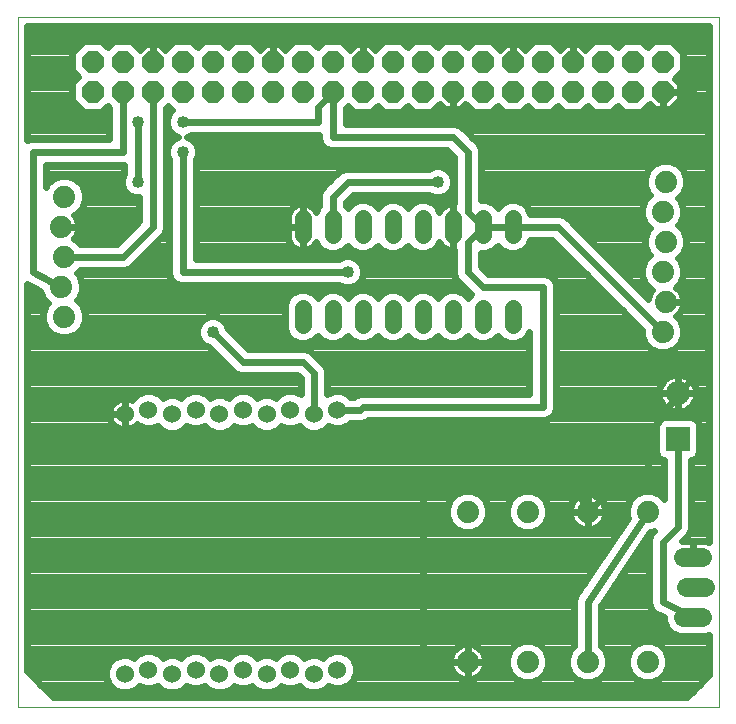
<source format=gtl>
G75*
%MOIN*%
%OFA0B0*%
%FSLAX25Y25*%
%IPPOS*%
%LPD*%
%AMOC8*
5,1,8,0,0,1.08239X$1,22.5*
%
%ADD10C,0.00000*%
%ADD11C,0.07400*%
%ADD12C,0.05600*%
%ADD13OC8,0.07400*%
%ADD14R,0.08000X0.08000*%
%ADD15C,0.08000*%
%ADD16C,0.06400*%
%ADD17C,0.06000*%
%ADD18C,0.02400*%
%ADD19C,0.04000*%
D10*
X0002200Y0002200D02*
X0002200Y0232161D01*
X0235901Y0232161D01*
X0235901Y0002200D01*
X0002200Y0002200D01*
D11*
X0017700Y0132200D03*
X0016700Y0142200D03*
X0017700Y0152200D03*
X0016700Y0162200D03*
X0017700Y0172200D03*
X0152200Y0067200D03*
X0172200Y0067200D03*
X0192200Y0067200D03*
X0212200Y0067200D03*
X0212200Y0017200D03*
X0192200Y0017200D03*
X0172200Y0017200D03*
X0152200Y0017200D03*
X0217200Y0127200D03*
X0218200Y0137200D03*
X0217200Y0147200D03*
X0218200Y0157200D03*
X0217200Y0167200D03*
X0218200Y0177200D03*
D12*
X0167200Y0165000D02*
X0167200Y0159400D01*
X0157200Y0159400D02*
X0157200Y0165000D01*
X0147200Y0165000D02*
X0147200Y0159400D01*
X0137200Y0159400D02*
X0137200Y0165000D01*
X0127200Y0165000D02*
X0127200Y0159400D01*
X0117200Y0159400D02*
X0117200Y0165000D01*
X0107200Y0165000D02*
X0107200Y0159400D01*
X0097200Y0159400D02*
X0097200Y0165000D01*
X0097200Y0135000D02*
X0097200Y0129400D01*
X0107200Y0129400D02*
X0107200Y0135000D01*
X0117200Y0135000D02*
X0117200Y0129400D01*
X0127200Y0129400D02*
X0127200Y0135000D01*
X0137200Y0135000D02*
X0137200Y0129400D01*
X0147200Y0129400D02*
X0147200Y0135000D01*
X0157200Y0135000D02*
X0157200Y0129400D01*
X0167200Y0129400D02*
X0167200Y0135000D01*
D13*
X0167200Y0207200D03*
X0167200Y0217200D03*
X0157200Y0217200D03*
X0157200Y0207200D03*
X0147200Y0207200D03*
X0147200Y0217200D03*
X0137200Y0217200D03*
X0137200Y0207200D03*
X0127200Y0207200D03*
X0127200Y0217200D03*
X0117200Y0217200D03*
X0117200Y0207200D03*
X0107200Y0207200D03*
X0107200Y0217200D03*
X0097200Y0217200D03*
X0097200Y0207200D03*
X0087200Y0207200D03*
X0087200Y0217200D03*
X0077200Y0217200D03*
X0077200Y0207200D03*
X0067200Y0207200D03*
X0067200Y0217200D03*
X0057200Y0217200D03*
X0057200Y0207200D03*
X0047200Y0207200D03*
X0047200Y0217200D03*
X0037200Y0217200D03*
X0037200Y0207200D03*
X0027200Y0207200D03*
X0027200Y0217200D03*
X0177200Y0217200D03*
X0177200Y0207200D03*
X0187200Y0207200D03*
X0187200Y0217200D03*
X0197200Y0217200D03*
X0197200Y0207200D03*
X0207200Y0207200D03*
X0207200Y0217200D03*
X0217200Y0217200D03*
X0217200Y0207200D03*
D14*
X0222200Y0091500D03*
D15*
X0222200Y0106680D03*
D16*
X0224000Y0052200D02*
X0230400Y0052200D01*
X0231400Y0042200D02*
X0225000Y0042200D01*
X0224000Y0032200D02*
X0230400Y0032200D01*
D17*
X0108814Y0014593D03*
X0100940Y0013193D03*
X0093066Y0014593D03*
X0085192Y0013193D03*
X0077318Y0014593D03*
X0069444Y0013193D03*
X0061570Y0014593D03*
X0053696Y0013193D03*
X0045822Y0014593D03*
X0037948Y0013193D03*
X0037948Y0099807D03*
X0045822Y0101207D03*
X0053696Y0099807D03*
X0061570Y0101207D03*
X0069444Y0099807D03*
X0077318Y0101207D03*
X0085192Y0099807D03*
X0093066Y0101207D03*
X0100940Y0099807D03*
X0108814Y0101207D03*
D18*
X0116207Y0101207D01*
X0117200Y0102200D01*
X0177200Y0102200D01*
X0177200Y0142200D01*
X0157200Y0142200D01*
X0152200Y0147200D01*
X0152200Y0157200D01*
X0157200Y0162200D01*
X0152200Y0167200D01*
X0152200Y0187200D01*
X0147200Y0192200D01*
X0107200Y0192200D01*
X0107200Y0207200D01*
X0102200Y0202200D01*
X0102200Y0197200D01*
X0057200Y0197200D01*
X0053644Y0200998D02*
X0052792Y0200146D01*
X0052000Y0198234D01*
X0052000Y0196166D01*
X0052792Y0194254D01*
X0054254Y0192792D01*
X0055683Y0192200D01*
X0054254Y0191608D01*
X0052792Y0190146D01*
X0052000Y0188234D01*
X0052000Y0186166D01*
X0052792Y0184254D01*
X0052800Y0184246D01*
X0052800Y0146325D01*
X0053470Y0144708D01*
X0054708Y0143470D01*
X0056325Y0142800D01*
X0109246Y0142800D01*
X0109254Y0142792D01*
X0111166Y0142000D01*
X0113234Y0142000D01*
X0115146Y0142792D01*
X0116608Y0144254D01*
X0117400Y0146166D01*
X0117400Y0148234D01*
X0116608Y0150146D01*
X0115146Y0151608D01*
X0113234Y0152400D01*
X0111166Y0152400D01*
X0109254Y0151608D01*
X0109246Y0151600D01*
X0061600Y0151600D01*
X0061600Y0184246D01*
X0061608Y0184254D01*
X0062400Y0186166D01*
X0062400Y0188234D01*
X0061608Y0190146D01*
X0060146Y0191608D01*
X0058717Y0192200D01*
X0060146Y0192792D01*
X0060154Y0192800D01*
X0102800Y0192800D01*
X0102800Y0191325D01*
X0103470Y0189708D01*
X0104708Y0188470D01*
X0106325Y0187800D01*
X0145377Y0187800D01*
X0147800Y0185377D01*
X0147800Y0169967D01*
X0147594Y0170000D01*
X0147200Y0170000D01*
X0147200Y0162200D01*
X0147200Y0162200D01*
X0147200Y0154400D01*
X0147594Y0154400D01*
X0147800Y0154433D01*
X0147800Y0146325D01*
X0148470Y0144708D01*
X0153446Y0139731D01*
X0152200Y0138485D01*
X0150599Y0140087D01*
X0148393Y0141000D01*
X0146007Y0141000D01*
X0143801Y0140087D01*
X0142200Y0138485D01*
X0140599Y0140087D01*
X0138393Y0141000D01*
X0136007Y0141000D01*
X0133801Y0140087D01*
X0132200Y0138485D01*
X0130599Y0140087D01*
X0128393Y0141000D01*
X0126007Y0141000D01*
X0123801Y0140087D01*
X0122200Y0138485D01*
X0120599Y0140087D01*
X0118393Y0141000D01*
X0116007Y0141000D01*
X0113801Y0140087D01*
X0112200Y0138485D01*
X0110599Y0140087D01*
X0108393Y0141000D01*
X0106007Y0141000D01*
X0103801Y0140087D01*
X0102200Y0138485D01*
X0100599Y0140087D01*
X0098393Y0141000D01*
X0096007Y0141000D01*
X0093801Y0140087D01*
X0092113Y0138399D01*
X0091200Y0136193D01*
X0091200Y0128207D01*
X0092113Y0126001D01*
X0093801Y0124313D01*
X0096007Y0123400D01*
X0098393Y0123400D01*
X0100599Y0124313D01*
X0102200Y0125915D01*
X0103801Y0124313D01*
X0106007Y0123400D01*
X0108393Y0123400D01*
X0110599Y0124313D01*
X0112200Y0125915D01*
X0113801Y0124313D01*
X0116007Y0123400D01*
X0118393Y0123400D01*
X0120599Y0124313D01*
X0122200Y0125915D01*
X0123801Y0124313D01*
X0126007Y0123400D01*
X0128393Y0123400D01*
X0130599Y0124313D01*
X0132200Y0125915D01*
X0133801Y0124313D01*
X0136007Y0123400D01*
X0138393Y0123400D01*
X0140599Y0124313D01*
X0142200Y0125915D01*
X0143801Y0124313D01*
X0146007Y0123400D01*
X0148393Y0123400D01*
X0150599Y0124313D01*
X0152200Y0125915D01*
X0153801Y0124313D01*
X0156007Y0123400D01*
X0158393Y0123400D01*
X0160599Y0124313D01*
X0162200Y0125915D01*
X0163801Y0124313D01*
X0166007Y0123400D01*
X0168393Y0123400D01*
X0170599Y0124313D01*
X0172287Y0126001D01*
X0172800Y0127241D01*
X0172800Y0106600D01*
X0116325Y0106600D01*
X0114708Y0105930D01*
X0114385Y0105607D01*
X0113182Y0105607D01*
X0112326Y0106463D01*
X0110047Y0107407D01*
X0107581Y0107407D01*
X0105340Y0106479D01*
X0105340Y0114335D01*
X0104670Y0115952D01*
X0103433Y0117190D01*
X0103433Y0117190D01*
X0099692Y0120930D01*
X0098075Y0121600D01*
X0079023Y0121600D01*
X0072400Y0128223D01*
X0072400Y0128234D01*
X0071608Y0130146D01*
X0070146Y0131608D01*
X0068234Y0132400D01*
X0066166Y0132400D01*
X0064254Y0131608D01*
X0062792Y0130146D01*
X0062000Y0128234D01*
X0062000Y0126166D01*
X0062792Y0124254D01*
X0064254Y0122792D01*
X0066166Y0122000D01*
X0066177Y0122000D01*
X0073470Y0114708D01*
X0073470Y0114708D01*
X0074708Y0113470D01*
X0076325Y0112800D01*
X0095377Y0112800D01*
X0096540Y0111637D01*
X0096540Y0106479D01*
X0094299Y0107407D01*
X0091833Y0107407D01*
X0089554Y0106463D01*
X0088315Y0105224D01*
X0086425Y0106007D01*
X0083959Y0106007D01*
X0082069Y0105224D01*
X0080830Y0106463D01*
X0078551Y0107407D01*
X0076085Y0107407D01*
X0073806Y0106463D01*
X0072567Y0105224D01*
X0070677Y0106007D01*
X0068211Y0106007D01*
X0066321Y0105224D01*
X0065082Y0106463D01*
X0062803Y0107407D01*
X0060337Y0107407D01*
X0058058Y0106463D01*
X0056819Y0105224D01*
X0054929Y0106007D01*
X0052463Y0106007D01*
X0050573Y0105224D01*
X0049334Y0106463D01*
X0047055Y0107407D01*
X0044589Y0107407D01*
X0042310Y0106463D01*
X0040566Y0104719D01*
X0040426Y0104381D01*
X0039944Y0104626D01*
X0039166Y0104879D01*
X0038357Y0105007D01*
X0037948Y0105007D01*
X0037539Y0105007D01*
X0036730Y0104879D01*
X0035952Y0104626D01*
X0035223Y0104255D01*
X0034560Y0103773D01*
X0033982Y0103195D01*
X0033501Y0102532D01*
X0033129Y0101803D01*
X0032876Y0101025D01*
X0032748Y0100216D01*
X0032748Y0099807D01*
X0032748Y0099398D01*
X0032876Y0098589D01*
X0033129Y0097811D01*
X0033501Y0097082D01*
X0033982Y0096420D01*
X0034560Y0095841D01*
X0035223Y0095360D01*
X0035952Y0094988D01*
X0036730Y0094735D01*
X0037539Y0094607D01*
X0037948Y0094607D01*
X0037948Y0099807D01*
X0037948Y0099807D01*
X0037948Y0094607D01*
X0038357Y0094607D01*
X0039166Y0094735D01*
X0039944Y0094988D01*
X0040673Y0095360D01*
X0041336Y0095841D01*
X0041878Y0096383D01*
X0042310Y0095951D01*
X0044589Y0095007D01*
X0047055Y0095007D01*
X0048945Y0095790D01*
X0050184Y0094551D01*
X0052463Y0093607D01*
X0054929Y0093607D01*
X0057208Y0094551D01*
X0058447Y0095790D01*
X0060337Y0095007D01*
X0062803Y0095007D01*
X0064693Y0095790D01*
X0065932Y0094551D01*
X0068211Y0093607D01*
X0070677Y0093607D01*
X0072956Y0094551D01*
X0074195Y0095790D01*
X0076085Y0095007D01*
X0078551Y0095007D01*
X0080441Y0095790D01*
X0081680Y0094551D01*
X0083959Y0093607D01*
X0086425Y0093607D01*
X0088704Y0094551D01*
X0089943Y0095790D01*
X0091833Y0095007D01*
X0094299Y0095007D01*
X0096189Y0095790D01*
X0097428Y0094551D01*
X0099707Y0093607D01*
X0102173Y0093607D01*
X0104452Y0094551D01*
X0105691Y0095790D01*
X0107581Y0095007D01*
X0110047Y0095007D01*
X0112326Y0095951D01*
X0113182Y0096807D01*
X0117082Y0096807D01*
X0118699Y0097477D01*
X0119023Y0097800D01*
X0178075Y0097800D01*
X0179692Y0098470D01*
X0180930Y0099708D01*
X0181600Y0101325D01*
X0181600Y0143075D01*
X0180930Y0144692D01*
X0179692Y0145930D01*
X0178075Y0146600D01*
X0159023Y0146600D01*
X0156600Y0149023D01*
X0156600Y0153400D01*
X0158393Y0153400D01*
X0160599Y0154313D01*
X0162200Y0155915D01*
X0163801Y0154313D01*
X0166007Y0153400D01*
X0168393Y0153400D01*
X0170599Y0154313D01*
X0172287Y0156001D01*
X0173032Y0157800D01*
X0180377Y0157800D01*
X0210300Y0127877D01*
X0210300Y0125827D01*
X0211350Y0123291D01*
X0213291Y0121350D01*
X0215827Y0120300D01*
X0218572Y0120300D01*
X0221109Y0121350D01*
X0223050Y0123291D01*
X0224100Y0125827D01*
X0224100Y0128572D01*
X0223050Y0131109D01*
X0221705Y0132453D01*
X0222044Y0132700D01*
X0222700Y0133356D01*
X0223246Y0134108D01*
X0223668Y0134935D01*
X0223955Y0135818D01*
X0224100Y0136736D01*
X0224100Y0137200D01*
X0224100Y0137664D01*
X0223955Y0138582D01*
X0223668Y0139465D01*
X0223246Y0140292D01*
X0222700Y0141044D01*
X0222044Y0141700D01*
X0221705Y0141947D01*
X0223050Y0143291D01*
X0224100Y0145827D01*
X0224100Y0148572D01*
X0223050Y0151109D01*
X0222458Y0151700D01*
X0224050Y0153291D01*
X0225100Y0155827D01*
X0225100Y0158572D01*
X0224050Y0161109D01*
X0222458Y0162700D01*
X0223050Y0163291D01*
X0224100Y0165827D01*
X0224100Y0168572D01*
X0223050Y0171109D01*
X0222458Y0171700D01*
X0224050Y0173291D01*
X0225100Y0175827D01*
X0225100Y0178572D01*
X0224050Y0181109D01*
X0222109Y0183050D01*
X0219572Y0184100D01*
X0216827Y0184100D01*
X0214291Y0183050D01*
X0212350Y0181109D01*
X0211300Y0178572D01*
X0211300Y0175827D01*
X0212350Y0173291D01*
X0212942Y0172700D01*
X0211350Y0171109D01*
X0210300Y0168572D01*
X0210300Y0165827D01*
X0211350Y0163291D01*
X0212942Y0161700D01*
X0212350Y0161109D01*
X0211300Y0158572D01*
X0211300Y0155827D01*
X0212350Y0153291D01*
X0212942Y0152700D01*
X0211350Y0151109D01*
X0210300Y0148572D01*
X0210300Y0145827D01*
X0211350Y0143291D01*
X0213291Y0141350D01*
X0213797Y0141141D01*
X0213700Y0141044D01*
X0213154Y0140292D01*
X0212732Y0139465D01*
X0212445Y0138582D01*
X0212390Y0138233D01*
X0185930Y0164692D01*
X0184692Y0165930D01*
X0183075Y0166600D01*
X0173032Y0166600D01*
X0172287Y0168399D01*
X0170599Y0170087D01*
X0168393Y0171000D01*
X0166007Y0171000D01*
X0163801Y0170087D01*
X0162200Y0168485D01*
X0160599Y0170087D01*
X0158393Y0171000D01*
X0156600Y0171000D01*
X0156600Y0188075D01*
X0155930Y0189692D01*
X0150930Y0194692D01*
X0149692Y0195930D01*
X0148075Y0196600D01*
X0111600Y0196600D01*
X0111600Y0201842D01*
X0112200Y0202442D01*
X0114342Y0200300D01*
X0120058Y0200300D01*
X0122200Y0202442D01*
X0124342Y0200300D01*
X0130058Y0200300D01*
X0132200Y0202442D01*
X0134342Y0200300D01*
X0140058Y0200300D01*
X0142907Y0203149D01*
X0144756Y0201300D01*
X0147200Y0201300D01*
X0149644Y0201300D01*
X0151493Y0203149D01*
X0154342Y0200300D01*
X0160058Y0200300D01*
X0162200Y0202442D01*
X0164342Y0200300D01*
X0170058Y0200300D01*
X0172200Y0202442D01*
X0174342Y0200300D01*
X0180058Y0200300D01*
X0182200Y0202442D01*
X0184342Y0200300D01*
X0190058Y0200300D01*
X0192200Y0202442D01*
X0194342Y0200300D01*
X0200058Y0200300D01*
X0202200Y0202442D01*
X0204342Y0200300D01*
X0210058Y0200300D01*
X0212907Y0203149D01*
X0214756Y0201300D01*
X0217200Y0201300D01*
X0219644Y0201300D01*
X0223100Y0204756D01*
X0223100Y0207200D01*
X0223100Y0209644D01*
X0221251Y0211493D01*
X0224100Y0214342D01*
X0224100Y0220058D01*
X0220058Y0224100D01*
X0214342Y0224100D01*
X0212200Y0221958D01*
X0210058Y0224100D01*
X0204342Y0224100D01*
X0202200Y0221958D01*
X0200058Y0224100D01*
X0194342Y0224100D01*
X0191493Y0221251D01*
X0189644Y0223100D01*
X0187200Y0223100D01*
X0187200Y0217200D01*
X0187200Y0217200D01*
X0187200Y0223100D01*
X0184756Y0223100D01*
X0182907Y0221251D01*
X0180058Y0224100D01*
X0174342Y0224100D01*
X0171493Y0221251D01*
X0169644Y0223100D01*
X0167200Y0223100D01*
X0167200Y0217200D01*
X0167200Y0217200D01*
X0167200Y0223100D01*
X0164756Y0223100D01*
X0162907Y0221251D01*
X0160058Y0224100D01*
X0154342Y0224100D01*
X0152200Y0221958D01*
X0150058Y0224100D01*
X0144342Y0224100D01*
X0142200Y0221958D01*
X0140058Y0224100D01*
X0134342Y0224100D01*
X0132200Y0221958D01*
X0130058Y0224100D01*
X0124342Y0224100D01*
X0121493Y0221251D01*
X0119644Y0223100D01*
X0117200Y0223100D01*
X0117200Y0217200D01*
X0117200Y0217200D01*
X0117200Y0223100D01*
X0114756Y0223100D01*
X0112907Y0221251D01*
X0110058Y0224100D01*
X0104342Y0224100D01*
X0102200Y0221958D01*
X0100058Y0224100D01*
X0094342Y0224100D01*
X0091493Y0221251D01*
X0089644Y0223100D01*
X0087200Y0223100D01*
X0087200Y0217200D01*
X0087200Y0217200D01*
X0087200Y0223100D01*
X0084756Y0223100D01*
X0082907Y0221251D01*
X0080058Y0224100D01*
X0074342Y0224100D01*
X0072200Y0221958D01*
X0070058Y0224100D01*
X0064342Y0224100D01*
X0062200Y0221958D01*
X0060058Y0224100D01*
X0054342Y0224100D01*
X0051493Y0221251D01*
X0049644Y0223100D01*
X0047200Y0223100D01*
X0047200Y0217200D01*
X0047200Y0217200D01*
X0047200Y0223100D01*
X0044756Y0223100D01*
X0042907Y0221251D01*
X0040058Y0224100D01*
X0034342Y0224100D01*
X0032200Y0221958D01*
X0030058Y0224100D01*
X0024342Y0224100D01*
X0020300Y0220058D01*
X0020300Y0214342D01*
X0022442Y0212200D01*
X0020300Y0210058D01*
X0020300Y0204342D01*
X0024342Y0200300D01*
X0030058Y0200300D01*
X0032200Y0202442D01*
X0032800Y0201842D01*
X0032800Y0191600D01*
X0006325Y0191600D01*
X0005400Y0191217D01*
X0005400Y0228961D01*
X0232701Y0228961D01*
X0232701Y0057088D01*
X0232473Y0057204D01*
X0231665Y0057467D01*
X0230825Y0057600D01*
X0227200Y0057600D01*
X0227200Y0052200D01*
X0227200Y0052200D01*
X0227200Y0057600D01*
X0223823Y0057600D01*
X0224692Y0058470D01*
X0225930Y0059708D01*
X0226600Y0061325D01*
X0226600Y0084300D01*
X0226837Y0084300D01*
X0228013Y0084787D01*
X0228913Y0085687D01*
X0229400Y0086863D01*
X0229400Y0096137D01*
X0228913Y0097313D01*
X0228013Y0098213D01*
X0226837Y0098700D01*
X0217563Y0098700D01*
X0216387Y0098213D01*
X0215487Y0097313D01*
X0215000Y0096137D01*
X0215000Y0086863D01*
X0215487Y0085687D01*
X0216387Y0084787D01*
X0217563Y0084300D01*
X0217800Y0084300D01*
X0217800Y0071358D01*
X0216109Y0073050D01*
X0213572Y0074100D01*
X0210827Y0074100D01*
X0208291Y0073050D01*
X0206350Y0071109D01*
X0205300Y0068572D01*
X0205300Y0065827D01*
X0205567Y0065183D01*
X0188781Y0040003D01*
X0188470Y0039692D01*
X0188300Y0039282D01*
X0188053Y0038912D01*
X0187968Y0038481D01*
X0187800Y0038075D01*
X0187800Y0037631D01*
X0187714Y0037195D01*
X0187800Y0036764D01*
X0187800Y0022558D01*
X0186350Y0021109D01*
X0185300Y0018572D01*
X0185300Y0015827D01*
X0186350Y0013291D01*
X0188291Y0011350D01*
X0190827Y0010300D01*
X0193572Y0010300D01*
X0196109Y0011350D01*
X0198050Y0013291D01*
X0199100Y0015827D01*
X0199100Y0018572D01*
X0198050Y0021109D01*
X0196600Y0022558D01*
X0196600Y0035868D01*
X0212888Y0060300D01*
X0213572Y0060300D01*
X0214435Y0060657D01*
X0213470Y0059692D01*
X0212800Y0058075D01*
X0212800Y0037356D01*
X0212749Y0036639D01*
X0212800Y0036486D01*
X0212800Y0036325D01*
X0213075Y0035660D01*
X0213303Y0034978D01*
X0213408Y0034857D01*
X0213470Y0034708D01*
X0213978Y0034199D01*
X0214449Y0033656D01*
X0214594Y0033584D01*
X0196600Y0033584D01*
X0196600Y0031185D02*
X0217600Y0031185D01*
X0217600Y0030927D02*
X0218574Y0028575D01*
X0220375Y0026774D01*
X0222727Y0025800D01*
X0231673Y0025800D01*
X0232701Y0026226D01*
X0232701Y0012701D01*
X0225400Y0005400D01*
X0014000Y0005400D01*
X0005400Y0014000D01*
X0005400Y0143175D01*
X0009800Y0140859D01*
X0009800Y0140827D01*
X0010850Y0138291D01*
X0012442Y0136700D01*
X0011850Y0136109D01*
X0010800Y0133572D01*
X0010800Y0130827D01*
X0011850Y0128291D01*
X0013791Y0126350D01*
X0016327Y0125300D01*
X0019072Y0125300D01*
X0021609Y0126350D01*
X0023550Y0128291D01*
X0024600Y0130827D01*
X0024600Y0133572D01*
X0023550Y0136109D01*
X0021958Y0137700D01*
X0022550Y0138291D01*
X0023600Y0140827D01*
X0023600Y0143572D01*
X0022550Y0146109D01*
X0021958Y0146700D01*
X0023058Y0147800D01*
X0038075Y0147800D01*
X0039692Y0148470D01*
X0049692Y0158470D01*
X0050930Y0159708D01*
X0051600Y0161325D01*
X0051600Y0201842D01*
X0052200Y0202442D01*
X0053644Y0200998D01*
X0053163Y0201479D02*
X0051600Y0201479D01*
X0051600Y0199081D02*
X0052351Y0199081D01*
X0052000Y0196682D02*
X0051600Y0196682D01*
X0051600Y0194284D02*
X0052779Y0194284D01*
X0051600Y0191885D02*
X0054923Y0191885D01*
X0052519Y0189487D02*
X0051600Y0189487D01*
X0051600Y0187088D02*
X0052000Y0187088D01*
X0051600Y0184690D02*
X0052611Y0184690D01*
X0052800Y0182291D02*
X0051600Y0182291D01*
X0051600Y0179893D02*
X0052800Y0179893D01*
X0052800Y0177494D02*
X0051600Y0177494D01*
X0051600Y0175096D02*
X0052800Y0175096D01*
X0052800Y0172697D02*
X0051600Y0172697D01*
X0051600Y0170299D02*
X0052800Y0170299D01*
X0052800Y0167900D02*
X0051600Y0167900D01*
X0051600Y0165502D02*
X0052800Y0165502D01*
X0052800Y0163103D02*
X0051600Y0163103D01*
X0051343Y0160705D02*
X0052800Y0160705D01*
X0052800Y0158306D02*
X0049529Y0158306D01*
X0047130Y0155908D02*
X0052800Y0155908D01*
X0052800Y0153509D02*
X0044732Y0153509D01*
X0042333Y0151111D02*
X0052800Y0151111D01*
X0052800Y0148712D02*
X0039935Y0148712D01*
X0037200Y0152200D02*
X0047200Y0162200D01*
X0047200Y0207200D01*
X0037200Y0207200D02*
X0037200Y0187200D01*
X0007200Y0187200D01*
X0007200Y0147200D01*
X0016700Y0142200D01*
X0010508Y0139118D02*
X0005400Y0139118D01*
X0005400Y0136720D02*
X0012422Y0136720D01*
X0011110Y0134321D02*
X0005400Y0134321D01*
X0005400Y0131923D02*
X0010800Y0131923D01*
X0011340Y0129524D02*
X0005400Y0129524D01*
X0005400Y0127126D02*
X0013016Y0127126D01*
X0005400Y0124727D02*
X0062596Y0124727D01*
X0062000Y0127126D02*
X0022384Y0127126D01*
X0024060Y0129524D02*
X0062534Y0129524D01*
X0065013Y0131923D02*
X0024600Y0131923D01*
X0024290Y0134321D02*
X0091200Y0134321D01*
X0091200Y0131923D02*
X0069387Y0131923D01*
X0071866Y0129524D02*
X0091200Y0129524D01*
X0091648Y0127126D02*
X0073497Y0127126D01*
X0075895Y0124727D02*
X0093388Y0124727D01*
X0101012Y0124727D02*
X0103388Y0124727D01*
X0100692Y0119930D02*
X0172800Y0119930D01*
X0172800Y0117532D02*
X0103091Y0117532D01*
X0105010Y0115133D02*
X0172800Y0115133D01*
X0172800Y0112734D02*
X0105340Y0112734D01*
X0105340Y0110336D02*
X0172800Y0110336D01*
X0172800Y0107937D02*
X0105340Y0107937D01*
X0100940Y0113460D02*
X0100940Y0099807D01*
X0096540Y0107937D02*
X0005400Y0107937D01*
X0005400Y0105539D02*
X0041386Y0105539D01*
X0037948Y0105007D02*
X0037948Y0099807D01*
X0032748Y0099807D01*
X0037948Y0099807D01*
X0037948Y0099807D01*
X0037948Y0105007D01*
X0037948Y0103140D02*
X0037948Y0103140D01*
X0037948Y0100742D02*
X0037948Y0100742D01*
X0037948Y0099807D02*
X0037948Y0099807D01*
X0037948Y0098343D02*
X0037948Y0098343D01*
X0037948Y0095945D02*
X0037948Y0095945D01*
X0034456Y0095945D02*
X0005400Y0095945D01*
X0005400Y0098343D02*
X0032956Y0098343D01*
X0032831Y0100742D02*
X0005400Y0100742D01*
X0005400Y0103140D02*
X0033942Y0103140D01*
X0041440Y0095945D02*
X0042325Y0095945D01*
X0050258Y0105539D02*
X0051333Y0105539D01*
X0056059Y0105539D02*
X0057134Y0105539D01*
X0066006Y0105539D02*
X0067081Y0105539D01*
X0071807Y0105539D02*
X0072882Y0105539D01*
X0081754Y0105539D02*
X0082829Y0105539D01*
X0087555Y0105539D02*
X0088630Y0105539D01*
X0096540Y0110336D02*
X0005400Y0110336D01*
X0005400Y0112734D02*
X0095443Y0112734D01*
X0097200Y0117200D02*
X0100940Y0113460D01*
X0097200Y0117200D02*
X0077200Y0117200D01*
X0067200Y0127200D01*
X0065372Y0122329D02*
X0005400Y0122329D01*
X0005400Y0119930D02*
X0068247Y0119930D01*
X0070646Y0117532D02*
X0005400Y0117532D01*
X0005400Y0115133D02*
X0073044Y0115133D01*
X0078294Y0122329D02*
X0172800Y0122329D01*
X0172800Y0124727D02*
X0171012Y0124727D01*
X0172752Y0127126D02*
X0172800Y0127126D01*
X0181600Y0127126D02*
X0210300Y0127126D01*
X0210756Y0124727D02*
X0181600Y0124727D01*
X0181600Y0122329D02*
X0212313Y0122329D01*
X0217200Y0127200D02*
X0182200Y0162200D01*
X0167200Y0162200D01*
X0157200Y0162200D01*
X0162193Y0155908D02*
X0162207Y0155908D01*
X0165743Y0153509D02*
X0158657Y0153509D01*
X0156600Y0151111D02*
X0187067Y0151111D01*
X0184668Y0153509D02*
X0168657Y0153509D01*
X0172193Y0155908D02*
X0182270Y0155908D01*
X0187519Y0163103D02*
X0211539Y0163103D01*
X0212183Y0160705D02*
X0189918Y0160705D01*
X0192316Y0158306D02*
X0211300Y0158306D01*
X0211300Y0155908D02*
X0194715Y0155908D01*
X0197113Y0153509D02*
X0212260Y0153509D01*
X0211353Y0151111D02*
X0199512Y0151111D01*
X0201910Y0148712D02*
X0210358Y0148712D01*
X0210300Y0146314D02*
X0204309Y0146314D01*
X0206707Y0143915D02*
X0211092Y0143915D01*
X0209106Y0141517D02*
X0213125Y0141517D01*
X0212620Y0139118D02*
X0211504Y0139118D01*
X0218200Y0137200D02*
X0224100Y0137200D01*
X0218200Y0137200D01*
X0218200Y0137200D01*
X0222227Y0141517D02*
X0232701Y0141517D01*
X0232701Y0143915D02*
X0223308Y0143915D01*
X0224100Y0146314D02*
X0232701Y0146314D01*
X0232701Y0148712D02*
X0224042Y0148712D01*
X0223047Y0151111D02*
X0232701Y0151111D01*
X0232701Y0153509D02*
X0224140Y0153509D01*
X0225100Y0155908D02*
X0232701Y0155908D01*
X0232701Y0158306D02*
X0225100Y0158306D01*
X0224217Y0160705D02*
X0232701Y0160705D01*
X0232701Y0163103D02*
X0222861Y0163103D01*
X0223965Y0165502D02*
X0232701Y0165502D01*
X0232701Y0167900D02*
X0224100Y0167900D01*
X0223385Y0170299D02*
X0232701Y0170299D01*
X0232701Y0172697D02*
X0223455Y0172697D01*
X0224797Y0175096D02*
X0232701Y0175096D01*
X0232701Y0177494D02*
X0225100Y0177494D01*
X0224553Y0179893D02*
X0232701Y0179893D01*
X0232701Y0182291D02*
X0222867Y0182291D01*
X0213533Y0182291D02*
X0156600Y0182291D01*
X0156600Y0179893D02*
X0211847Y0179893D01*
X0211300Y0177494D02*
X0156600Y0177494D01*
X0156600Y0175096D02*
X0211603Y0175096D01*
X0212939Y0172697D02*
X0156600Y0172697D01*
X0160086Y0170299D02*
X0164314Y0170299D01*
X0170086Y0170299D02*
X0211015Y0170299D01*
X0210300Y0167900D02*
X0172493Y0167900D01*
X0185121Y0165502D02*
X0210435Y0165502D01*
X0191864Y0146314D02*
X0178766Y0146314D01*
X0181252Y0143915D02*
X0194262Y0143915D01*
X0196661Y0141517D02*
X0181600Y0141517D01*
X0181600Y0139118D02*
X0199059Y0139118D01*
X0201458Y0136720D02*
X0181600Y0136720D01*
X0181600Y0134321D02*
X0203856Y0134321D01*
X0206255Y0131923D02*
X0181600Y0131923D01*
X0181600Y0129524D02*
X0208653Y0129524D01*
X0222235Y0131923D02*
X0232701Y0131923D01*
X0232701Y0134321D02*
X0223355Y0134321D01*
X0224097Y0136720D02*
X0232701Y0136720D01*
X0232701Y0139118D02*
X0223780Y0139118D01*
X0223706Y0129524D02*
X0232701Y0129524D01*
X0232701Y0127126D02*
X0224100Y0127126D01*
X0223644Y0124727D02*
X0232701Y0124727D01*
X0232701Y0122329D02*
X0222087Y0122329D01*
X0222200Y0112880D02*
X0221712Y0112880D01*
X0220748Y0112727D01*
X0219820Y0112425D01*
X0218950Y0111982D01*
X0218161Y0111409D01*
X0217471Y0110719D01*
X0216897Y0109929D01*
X0216454Y0109059D01*
X0216153Y0108131D01*
X0216000Y0107167D01*
X0216000Y0106680D01*
X0222200Y0106680D01*
X0222200Y0112880D01*
X0222200Y0106680D01*
X0222200Y0106680D01*
X0222200Y0106679D01*
X0222200Y0100480D01*
X0222200Y0106679D01*
X0222200Y0106679D01*
X0216000Y0106679D01*
X0216000Y0106192D01*
X0216153Y0105228D01*
X0216454Y0104300D01*
X0216897Y0103430D01*
X0217471Y0102640D01*
X0218161Y0101950D01*
X0218950Y0101377D01*
X0219820Y0100934D01*
X0220748Y0100632D01*
X0221712Y0100480D01*
X0222200Y0100480D01*
X0222688Y0100480D01*
X0223652Y0100632D01*
X0224580Y0100934D01*
X0225450Y0101377D01*
X0226239Y0101950D01*
X0226929Y0102640D01*
X0227503Y0103430D01*
X0227946Y0104300D01*
X0228247Y0105228D01*
X0228400Y0106192D01*
X0228400Y0106679D01*
X0222200Y0106679D01*
X0222200Y0106680D01*
X0228400Y0106680D01*
X0228400Y0107167D01*
X0228247Y0108131D01*
X0227946Y0109059D01*
X0227503Y0109929D01*
X0226929Y0110719D01*
X0226239Y0111409D01*
X0225450Y0111982D01*
X0224580Y0112425D01*
X0223652Y0112727D01*
X0222688Y0112880D01*
X0222200Y0112880D01*
X0222200Y0112734D02*
X0222200Y0112734D01*
X0223604Y0112734D02*
X0232701Y0112734D01*
X0232701Y0110336D02*
X0227207Y0110336D01*
X0228278Y0107937D02*
X0232701Y0107937D01*
X0232701Y0105539D02*
X0228297Y0105539D01*
X0227292Y0103140D02*
X0232701Y0103140D01*
X0232701Y0100742D02*
X0223990Y0100742D01*
X0222200Y0100742D02*
X0222200Y0100742D01*
X0220410Y0100742D02*
X0181359Y0100742D01*
X0179387Y0098343D02*
X0216703Y0098343D01*
X0215000Y0095945D02*
X0112312Y0095945D01*
X0137200Y0077200D02*
X0187200Y0077200D01*
X0192200Y0067200D01*
X0202200Y0077200D01*
X0212200Y0077200D01*
X0212200Y0092200D01*
X0222200Y0106680D01*
X0232200Y0116680D01*
X0232200Y0202200D01*
X0227200Y0207200D01*
X0217200Y0207200D01*
X0223100Y0207200D01*
X0217200Y0207200D01*
X0217200Y0207200D01*
X0217200Y0201300D01*
X0217200Y0207200D01*
X0217200Y0207200D01*
X0217200Y0206276D02*
X0217200Y0206276D01*
X0217200Y0203878D02*
X0217200Y0203878D01*
X0217200Y0201479D02*
X0217200Y0201479D01*
X0219823Y0201479D02*
X0232701Y0201479D01*
X0232701Y0199081D02*
X0111600Y0199081D01*
X0111600Y0201479D02*
X0113163Y0201479D01*
X0111600Y0196682D02*
X0232701Y0196682D01*
X0232701Y0194284D02*
X0151339Y0194284D01*
X0153737Y0191885D02*
X0232701Y0191885D01*
X0232701Y0189487D02*
X0156015Y0189487D01*
X0156600Y0187088D02*
X0232701Y0187088D01*
X0232701Y0184690D02*
X0156600Y0184690D01*
X0147800Y0184690D02*
X0061789Y0184690D01*
X0061600Y0182291D02*
X0140903Y0182291D01*
X0141166Y0182400D02*
X0139254Y0181608D01*
X0139246Y0181600D01*
X0111325Y0181600D01*
X0109708Y0180930D01*
X0108470Y0179692D01*
X0103470Y0174692D01*
X0102800Y0173075D01*
X0102800Y0169085D01*
X0102113Y0168399D01*
X0101650Y0167280D01*
X0101476Y0167621D01*
X0101014Y0168257D01*
X0100457Y0168814D01*
X0099821Y0169276D01*
X0099119Y0169634D01*
X0098371Y0169877D01*
X0097594Y0170000D01*
X0097200Y0170000D01*
X0097200Y0162200D01*
X0097200Y0162200D01*
X0097200Y0154400D01*
X0097594Y0154400D01*
X0098371Y0154523D01*
X0099119Y0154766D01*
X0099821Y0155124D01*
X0100457Y0155586D01*
X0101014Y0156143D01*
X0101476Y0156779D01*
X0101650Y0157120D01*
X0102113Y0156001D01*
X0103801Y0154313D01*
X0106007Y0153400D01*
X0108393Y0153400D01*
X0110599Y0154313D01*
X0112200Y0155915D01*
X0113801Y0154313D01*
X0116007Y0153400D01*
X0118393Y0153400D01*
X0120599Y0154313D01*
X0122200Y0155915D01*
X0123801Y0154313D01*
X0126007Y0153400D01*
X0128393Y0153400D01*
X0130599Y0154313D01*
X0132200Y0155915D01*
X0133801Y0154313D01*
X0136007Y0153400D01*
X0138393Y0153400D01*
X0140599Y0154313D01*
X0142287Y0156001D01*
X0142750Y0157120D01*
X0142924Y0156779D01*
X0143386Y0156143D01*
X0143943Y0155586D01*
X0144579Y0155124D01*
X0145281Y0154766D01*
X0146029Y0154523D01*
X0146806Y0154400D01*
X0147200Y0154400D01*
X0147200Y0162200D01*
X0147200Y0162200D01*
X0147200Y0170000D01*
X0146806Y0170000D01*
X0146029Y0169877D01*
X0145281Y0169634D01*
X0144579Y0169276D01*
X0143943Y0168814D01*
X0143386Y0168257D01*
X0142924Y0167621D01*
X0142750Y0167280D01*
X0142287Y0168399D01*
X0140599Y0170087D01*
X0138393Y0171000D01*
X0136007Y0171000D01*
X0133801Y0170087D01*
X0132200Y0168485D01*
X0130599Y0170087D01*
X0128393Y0171000D01*
X0126007Y0171000D01*
X0123801Y0170087D01*
X0122200Y0168485D01*
X0120599Y0170087D01*
X0118393Y0171000D01*
X0116007Y0171000D01*
X0113801Y0170087D01*
X0112200Y0168485D01*
X0111600Y0169085D01*
X0111600Y0170377D01*
X0114023Y0172800D01*
X0139246Y0172800D01*
X0139254Y0172792D01*
X0141166Y0172000D01*
X0143234Y0172000D01*
X0145146Y0172792D01*
X0146608Y0174254D01*
X0147400Y0176166D01*
X0147400Y0178234D01*
X0146608Y0180146D01*
X0145146Y0181608D01*
X0143234Y0182400D01*
X0141166Y0182400D01*
X0143497Y0182291D02*
X0147800Y0182291D01*
X0147800Y0179893D02*
X0146713Y0179893D01*
X0147400Y0177494D02*
X0147800Y0177494D01*
X0147800Y0175096D02*
X0146957Y0175096D01*
X0147800Y0172697D02*
X0144918Y0172697D01*
X0147800Y0170299D02*
X0140086Y0170299D01*
X0139482Y0172697D02*
X0113920Y0172697D01*
X0114314Y0170299D02*
X0111600Y0170299D01*
X0107200Y0172200D02*
X0112200Y0177200D01*
X0142200Y0177200D01*
X0134314Y0170299D02*
X0130086Y0170299D01*
X0124314Y0170299D02*
X0120086Y0170299D01*
X0107200Y0172200D02*
X0107200Y0162200D01*
X0101907Y0167900D02*
X0101273Y0167900D01*
X0102800Y0170299D02*
X0061600Y0170299D01*
X0061600Y0172697D02*
X0102800Y0172697D01*
X0103873Y0175096D02*
X0061600Y0175096D01*
X0061600Y0177494D02*
X0106272Y0177494D01*
X0108670Y0179893D02*
X0061600Y0179893D01*
X0062400Y0187088D02*
X0146089Y0187088D01*
X0147200Y0201300D02*
X0147200Y0207200D01*
X0147200Y0201300D01*
X0147200Y0201479D02*
X0147200Y0201479D01*
X0147200Y0203878D02*
X0147200Y0203878D01*
X0149823Y0201479D02*
X0153163Y0201479D01*
X0147200Y0206276D02*
X0147200Y0206276D01*
X0147200Y0207200D02*
X0147200Y0207200D01*
X0144577Y0201479D02*
X0141237Y0201479D01*
X0133163Y0201479D02*
X0131237Y0201479D01*
X0123163Y0201479D02*
X0121237Y0201479D01*
X0102800Y0191885D02*
X0059477Y0191885D01*
X0061881Y0189487D02*
X0103691Y0189487D01*
X0097200Y0170000D02*
X0096806Y0170000D01*
X0096029Y0169877D01*
X0095281Y0169634D01*
X0094579Y0169276D01*
X0093943Y0168814D01*
X0093386Y0168257D01*
X0092924Y0167621D01*
X0092566Y0166919D01*
X0092323Y0166171D01*
X0092200Y0165394D01*
X0092200Y0162200D01*
X0097200Y0162200D01*
X0097200Y0162200D01*
X0097200Y0162200D01*
X0097200Y0170000D01*
X0097200Y0167900D02*
X0097200Y0167900D01*
X0097200Y0165502D02*
X0097200Y0165502D01*
X0097200Y0163103D02*
X0097200Y0163103D01*
X0097200Y0162200D02*
X0092200Y0162200D01*
X0092200Y0159006D01*
X0092323Y0158229D01*
X0092566Y0157481D01*
X0092924Y0156779D01*
X0093386Y0156143D01*
X0093943Y0155586D01*
X0094579Y0155124D01*
X0095281Y0154766D01*
X0096029Y0154523D01*
X0096806Y0154400D01*
X0097200Y0154400D01*
X0097200Y0162200D01*
X0097200Y0160705D02*
X0097200Y0160705D01*
X0097200Y0158306D02*
X0097200Y0158306D01*
X0097200Y0155908D02*
X0097200Y0155908D01*
X0093621Y0155908D02*
X0061600Y0155908D01*
X0061600Y0158306D02*
X0092311Y0158306D01*
X0092200Y0160705D02*
X0061600Y0160705D01*
X0061600Y0163103D02*
X0092200Y0163103D01*
X0092217Y0165502D02*
X0061600Y0165502D01*
X0061600Y0167900D02*
X0093127Y0167900D01*
X0100779Y0155908D02*
X0102207Y0155908D01*
X0105743Y0153509D02*
X0061600Y0153509D01*
X0057200Y0147200D02*
X0057200Y0187200D01*
X0042200Y0177200D02*
X0042200Y0197200D01*
X0032800Y0196682D02*
X0005400Y0196682D01*
X0005400Y0194284D02*
X0032800Y0194284D01*
X0032800Y0191885D02*
X0005400Y0191885D01*
X0005400Y0199081D02*
X0032800Y0199081D01*
X0032800Y0201479D02*
X0031237Y0201479D01*
X0023163Y0201479D02*
X0005400Y0201479D01*
X0005400Y0203878D02*
X0020764Y0203878D01*
X0020300Y0206276D02*
X0005400Y0206276D01*
X0005400Y0208675D02*
X0020300Y0208675D01*
X0021315Y0211073D02*
X0005400Y0211073D01*
X0005400Y0213472D02*
X0021170Y0213472D01*
X0020300Y0215870D02*
X0005400Y0215870D01*
X0005400Y0218269D02*
X0020300Y0218269D01*
X0020909Y0220668D02*
X0005400Y0220668D01*
X0005400Y0223066D02*
X0023308Y0223066D01*
X0031092Y0223066D02*
X0033308Y0223066D01*
X0041092Y0223066D02*
X0044722Y0223066D01*
X0047200Y0223066D02*
X0047200Y0223066D01*
X0047200Y0220668D02*
X0047200Y0220668D01*
X0047200Y0218269D02*
X0047200Y0218269D01*
X0049678Y0223066D02*
X0053308Y0223066D01*
X0061092Y0223066D02*
X0063308Y0223066D01*
X0071092Y0223066D02*
X0073308Y0223066D01*
X0081092Y0223066D02*
X0084722Y0223066D01*
X0087200Y0223066D02*
X0087200Y0223066D01*
X0087200Y0220668D02*
X0087200Y0220668D01*
X0087200Y0218269D02*
X0087200Y0218269D01*
X0089678Y0223066D02*
X0093308Y0223066D01*
X0101092Y0223066D02*
X0103308Y0223066D01*
X0111092Y0223066D02*
X0114722Y0223066D01*
X0117200Y0223066D02*
X0117200Y0223066D01*
X0117200Y0220668D02*
X0117200Y0220668D01*
X0117200Y0218269D02*
X0117200Y0218269D01*
X0119678Y0223066D02*
X0123308Y0223066D01*
X0131092Y0223066D02*
X0133308Y0223066D01*
X0141092Y0223066D02*
X0143308Y0223066D01*
X0151092Y0223066D02*
X0153308Y0223066D01*
X0161092Y0223066D02*
X0164722Y0223066D01*
X0167200Y0223066D02*
X0167200Y0223066D01*
X0167200Y0220668D02*
X0167200Y0220668D01*
X0167200Y0218269D02*
X0167200Y0218269D01*
X0169678Y0223066D02*
X0173308Y0223066D01*
X0181092Y0223066D02*
X0184722Y0223066D01*
X0187200Y0223066D02*
X0187200Y0223066D01*
X0187200Y0220668D02*
X0187200Y0220668D01*
X0187200Y0218269D02*
X0187200Y0218269D01*
X0189678Y0223066D02*
X0193308Y0223066D01*
X0201092Y0223066D02*
X0203308Y0223066D01*
X0211092Y0223066D02*
X0213308Y0223066D01*
X0221092Y0223066D02*
X0232701Y0223066D01*
X0232701Y0220668D02*
X0223491Y0220668D01*
X0224100Y0218269D02*
X0232701Y0218269D01*
X0232701Y0215870D02*
X0224100Y0215870D01*
X0223230Y0213472D02*
X0232701Y0213472D01*
X0232701Y0211073D02*
X0221670Y0211073D01*
X0223100Y0208675D02*
X0232701Y0208675D01*
X0232701Y0206276D02*
X0223100Y0206276D01*
X0222222Y0203878D02*
X0232701Y0203878D01*
X0214577Y0201479D02*
X0211237Y0201479D01*
X0203163Y0201479D02*
X0201237Y0201479D01*
X0193163Y0201479D02*
X0191237Y0201479D01*
X0183163Y0201479D02*
X0181237Y0201479D01*
X0173163Y0201479D02*
X0171237Y0201479D01*
X0163163Y0201479D02*
X0161237Y0201479D01*
X0147200Y0167900D02*
X0147200Y0167900D01*
X0147200Y0165502D02*
X0147200Y0165502D01*
X0147200Y0163103D02*
X0147200Y0163103D01*
X0147200Y0160705D02*
X0147200Y0160705D01*
X0147200Y0158306D02*
X0147200Y0158306D01*
X0147200Y0155908D02*
X0147200Y0155908D01*
X0147800Y0153509D02*
X0138657Y0153509D01*
X0142193Y0155908D02*
X0143621Y0155908D01*
X0147800Y0151111D02*
X0115643Y0151111D01*
X0115743Y0153509D02*
X0108657Y0153509D01*
X0112193Y0155908D02*
X0112207Y0155908D01*
X0118657Y0153509D02*
X0125743Y0153509D01*
X0128657Y0153509D02*
X0135743Y0153509D01*
X0132207Y0155908D02*
X0132193Y0155908D01*
X0122207Y0155908D02*
X0122193Y0155908D01*
X0117202Y0148712D02*
X0147800Y0148712D01*
X0147805Y0146314D02*
X0117400Y0146314D01*
X0116269Y0143915D02*
X0149262Y0143915D01*
X0151661Y0141517D02*
X0023600Y0141517D01*
X0023458Y0143915D02*
X0054262Y0143915D01*
X0052805Y0146314D02*
X0022344Y0146314D01*
X0017700Y0152200D02*
X0037200Y0152200D01*
X0035377Y0156600D02*
X0023058Y0156600D01*
X0021609Y0158050D01*
X0021103Y0158259D01*
X0021200Y0158356D01*
X0021746Y0159108D01*
X0022168Y0159935D01*
X0022455Y0160818D01*
X0022600Y0161736D01*
X0022600Y0162200D01*
X0022600Y0162664D01*
X0022455Y0163582D01*
X0022168Y0164465D01*
X0021746Y0165292D01*
X0021200Y0166044D01*
X0021103Y0166141D01*
X0021609Y0166350D01*
X0023550Y0168291D01*
X0024600Y0170827D01*
X0024600Y0173572D01*
X0023550Y0176109D01*
X0021609Y0178050D01*
X0019072Y0179100D01*
X0016327Y0179100D01*
X0013791Y0178050D01*
X0011850Y0176109D01*
X0011600Y0175504D01*
X0011600Y0182800D01*
X0037800Y0182800D01*
X0037800Y0180154D01*
X0037792Y0180146D01*
X0037000Y0178234D01*
X0037000Y0176166D01*
X0037792Y0174254D01*
X0039254Y0172792D01*
X0041166Y0172000D01*
X0042800Y0172000D01*
X0042800Y0164023D01*
X0035377Y0156600D01*
X0037084Y0158306D02*
X0021150Y0158306D01*
X0022418Y0160705D02*
X0039482Y0160705D01*
X0041881Y0163103D02*
X0022530Y0163103D01*
X0022600Y0162200D02*
X0016700Y0162200D01*
X0016700Y0162200D01*
X0022600Y0162200D01*
X0021594Y0165502D02*
X0042800Y0165502D01*
X0042800Y0167900D02*
X0023158Y0167900D01*
X0024381Y0170299D02*
X0042800Y0170299D01*
X0039482Y0172697D02*
X0024600Y0172697D01*
X0023969Y0175096D02*
X0037443Y0175096D01*
X0037000Y0177494D02*
X0022164Y0177494D01*
X0013236Y0177494D02*
X0011600Y0177494D01*
X0011600Y0179893D02*
X0037687Y0179893D01*
X0037800Y0182291D02*
X0011600Y0182291D01*
X0008551Y0141517D02*
X0005400Y0141517D01*
X0022892Y0139118D02*
X0092833Y0139118D01*
X0091418Y0136720D02*
X0022938Y0136720D01*
X0057200Y0147200D02*
X0112200Y0147200D01*
X0111567Y0139118D02*
X0112833Y0139118D01*
X0121567Y0139118D02*
X0122833Y0139118D01*
X0131567Y0139118D02*
X0132833Y0139118D01*
X0141567Y0139118D02*
X0142833Y0139118D01*
X0151567Y0139118D02*
X0152833Y0139118D01*
X0156910Y0148712D02*
X0189465Y0148712D01*
X0163388Y0124727D02*
X0161012Y0124727D01*
X0153388Y0124727D02*
X0151012Y0124727D01*
X0143388Y0124727D02*
X0141012Y0124727D01*
X0133388Y0124727D02*
X0131012Y0124727D01*
X0123388Y0124727D02*
X0121012Y0124727D01*
X0113388Y0124727D02*
X0111012Y0124727D01*
X0102833Y0139118D02*
X0101567Y0139118D01*
X0142493Y0167900D02*
X0143127Y0167900D01*
X0181600Y0119930D02*
X0232701Y0119930D01*
X0232701Y0117532D02*
X0181600Y0117532D01*
X0181600Y0115133D02*
X0232701Y0115133D01*
X0222200Y0110336D02*
X0222200Y0110336D01*
X0222200Y0107937D02*
X0222200Y0107937D01*
X0222200Y0105539D02*
X0222200Y0105539D01*
X0222200Y0103140D02*
X0222200Y0103140D01*
X0217108Y0103140D02*
X0181600Y0103140D01*
X0181600Y0105539D02*
X0216103Y0105539D01*
X0216122Y0107937D02*
X0181600Y0107937D01*
X0181600Y0110336D02*
X0217193Y0110336D01*
X0220796Y0112734D02*
X0181600Y0112734D01*
X0215000Y0093546D02*
X0005400Y0093546D01*
X0005400Y0091148D02*
X0215000Y0091148D01*
X0215000Y0088749D02*
X0005400Y0088749D01*
X0005400Y0086351D02*
X0215212Y0086351D01*
X0217800Y0083952D02*
X0005400Y0083952D01*
X0005400Y0081554D02*
X0217800Y0081554D01*
X0217800Y0079155D02*
X0005400Y0079155D01*
X0005400Y0076757D02*
X0217800Y0076757D01*
X0217800Y0074358D02*
X0005400Y0074358D01*
X0005400Y0071960D02*
X0147202Y0071960D01*
X0146350Y0071109D02*
X0145300Y0068572D01*
X0145300Y0065827D01*
X0146350Y0063291D01*
X0148291Y0061350D01*
X0150827Y0060300D01*
X0153572Y0060300D01*
X0156109Y0061350D01*
X0158050Y0063291D01*
X0159100Y0065827D01*
X0159100Y0068572D01*
X0158050Y0071109D01*
X0156109Y0073050D01*
X0153572Y0074100D01*
X0150827Y0074100D01*
X0148291Y0073050D01*
X0146350Y0071109D01*
X0145710Y0069561D02*
X0005400Y0069561D01*
X0005400Y0067163D02*
X0145300Y0067163D01*
X0145740Y0064764D02*
X0005400Y0064764D01*
X0005400Y0062366D02*
X0147276Y0062366D01*
X0157124Y0062366D02*
X0167276Y0062366D01*
X0166350Y0063291D02*
X0168291Y0061350D01*
X0170827Y0060300D01*
X0173572Y0060300D01*
X0176109Y0061350D01*
X0178050Y0063291D01*
X0179100Y0065827D01*
X0179100Y0068572D01*
X0178050Y0071109D01*
X0176109Y0073050D01*
X0173572Y0074100D01*
X0170827Y0074100D01*
X0168291Y0073050D01*
X0166350Y0071109D01*
X0165300Y0068572D01*
X0165300Y0065827D01*
X0166350Y0063291D01*
X0165740Y0064764D02*
X0158660Y0064764D01*
X0159100Y0067163D02*
X0165300Y0067163D01*
X0165710Y0069561D02*
X0158690Y0069561D01*
X0157198Y0071960D02*
X0167202Y0071960D01*
X0177198Y0071960D02*
X0188714Y0071960D01*
X0188356Y0071700D02*
X0187700Y0071044D01*
X0187154Y0070292D01*
X0186732Y0069465D01*
X0186445Y0068582D01*
X0186300Y0067664D01*
X0186300Y0067200D01*
X0192200Y0067200D01*
X0192200Y0067200D01*
X0192200Y0073100D01*
X0192664Y0073100D01*
X0193582Y0072955D01*
X0194465Y0072668D01*
X0195292Y0072246D01*
X0196044Y0071700D01*
X0196700Y0071044D01*
X0197246Y0070292D01*
X0197668Y0069465D01*
X0197955Y0068582D01*
X0198100Y0067664D01*
X0198100Y0067200D01*
X0192200Y0067200D01*
X0192200Y0067200D01*
X0192200Y0067200D01*
X0192200Y0073100D01*
X0191736Y0073100D01*
X0190818Y0072955D01*
X0189935Y0072668D01*
X0189108Y0072246D01*
X0188356Y0071700D01*
X0186781Y0069561D02*
X0178690Y0069561D01*
X0179100Y0067163D02*
X0186300Y0067163D01*
X0186300Y0067200D02*
X0186300Y0066736D01*
X0186445Y0065818D01*
X0186732Y0064935D01*
X0187154Y0064108D01*
X0187700Y0063356D01*
X0188356Y0062700D01*
X0189108Y0062154D01*
X0189935Y0061732D01*
X0190818Y0061445D01*
X0191736Y0061300D01*
X0192200Y0061300D01*
X0192664Y0061300D01*
X0193582Y0061445D01*
X0194465Y0061732D01*
X0195292Y0062154D01*
X0196044Y0062700D01*
X0196700Y0063356D01*
X0197246Y0064108D01*
X0197668Y0064935D01*
X0197955Y0065818D01*
X0198100Y0066736D01*
X0198100Y0067200D01*
X0192200Y0067200D01*
X0192200Y0061300D01*
X0192200Y0067200D01*
X0192200Y0067200D01*
X0186300Y0067200D01*
X0186819Y0064764D02*
X0178660Y0064764D01*
X0177124Y0062366D02*
X0188816Y0062366D01*
X0192200Y0062366D02*
X0192200Y0062366D01*
X0192200Y0064764D02*
X0192200Y0064764D01*
X0192200Y0067163D02*
X0192200Y0067163D01*
X0192200Y0069561D02*
X0192200Y0069561D01*
X0192200Y0071960D02*
X0192200Y0071960D01*
X0195686Y0071960D02*
X0207202Y0071960D01*
X0205710Y0069561D02*
X0197619Y0069561D01*
X0198100Y0067163D02*
X0205300Y0067163D01*
X0205288Y0064764D02*
X0197581Y0064764D01*
X0195584Y0062366D02*
X0203689Y0062366D01*
X0202090Y0059967D02*
X0005400Y0059967D01*
X0005400Y0057569D02*
X0200491Y0057569D01*
X0198892Y0055170D02*
X0005400Y0055170D01*
X0005400Y0052772D02*
X0197293Y0052772D01*
X0195694Y0050373D02*
X0005400Y0050373D01*
X0005400Y0047975D02*
X0194095Y0047975D01*
X0192496Y0045576D02*
X0005400Y0045576D01*
X0005400Y0043178D02*
X0190897Y0043178D01*
X0189298Y0040779D02*
X0005400Y0040779D01*
X0005400Y0038381D02*
X0187927Y0038381D01*
X0187800Y0035982D02*
X0005400Y0035982D01*
X0005400Y0033584D02*
X0187800Y0033584D01*
X0187800Y0031185D02*
X0005400Y0031185D01*
X0005400Y0028787D02*
X0187800Y0028787D01*
X0187800Y0026388D02*
X0005400Y0026388D01*
X0005400Y0023990D02*
X0170561Y0023990D01*
X0170827Y0024100D02*
X0168291Y0023050D01*
X0166350Y0021109D01*
X0165300Y0018572D01*
X0165300Y0015827D01*
X0166350Y0013291D01*
X0168291Y0011350D01*
X0170827Y0010300D01*
X0173572Y0010300D01*
X0176109Y0011350D01*
X0178050Y0013291D01*
X0179100Y0015827D01*
X0179100Y0018572D01*
X0178050Y0021109D01*
X0176109Y0023050D01*
X0173572Y0024100D01*
X0170827Y0024100D01*
X0173839Y0023990D02*
X0187800Y0023990D01*
X0186833Y0021591D02*
X0177567Y0021591D01*
X0178843Y0019193D02*
X0185557Y0019193D01*
X0185300Y0016794D02*
X0179100Y0016794D01*
X0178507Y0014396D02*
X0185893Y0014396D01*
X0187645Y0011997D02*
X0176755Y0011997D01*
X0167645Y0011997D02*
X0154984Y0011997D01*
X0155292Y0012154D02*
X0156044Y0012700D01*
X0156700Y0013356D01*
X0157246Y0014108D01*
X0157668Y0014935D01*
X0157955Y0015818D01*
X0158100Y0016736D01*
X0158100Y0017200D01*
X0158100Y0017664D01*
X0157955Y0018582D01*
X0157668Y0019465D01*
X0157246Y0020292D01*
X0156700Y0021044D01*
X0156044Y0021700D01*
X0155292Y0022246D01*
X0154465Y0022668D01*
X0153582Y0022955D01*
X0152664Y0023100D01*
X0152200Y0023100D01*
X0152200Y0017200D01*
X0137200Y0017200D01*
X0137200Y0077200D01*
X0150818Y0022955D02*
X0149935Y0022668D01*
X0149108Y0022246D01*
X0148356Y0021700D01*
X0147700Y0021044D01*
X0147154Y0020292D01*
X0146732Y0019465D01*
X0146445Y0018582D01*
X0146300Y0017664D01*
X0146300Y0017200D01*
X0152200Y0017200D01*
X0152200Y0017200D01*
X0158100Y0017200D01*
X0152200Y0017200D01*
X0152200Y0017200D01*
X0152200Y0017200D01*
X0152200Y0023100D01*
X0151736Y0023100D01*
X0150818Y0022955D01*
X0152200Y0021591D02*
X0152200Y0021591D01*
X0152200Y0019193D02*
X0152200Y0019193D01*
X0152200Y0017200D02*
X0146300Y0017200D01*
X0146300Y0016736D01*
X0146445Y0015818D01*
X0146732Y0014935D01*
X0147154Y0014108D01*
X0147700Y0013356D01*
X0148356Y0012700D01*
X0149108Y0012154D01*
X0149935Y0011732D01*
X0150818Y0011445D01*
X0151736Y0011300D01*
X0152200Y0011300D01*
X0152664Y0011300D01*
X0153582Y0011445D01*
X0154465Y0011732D01*
X0155292Y0012154D01*
X0157393Y0014396D02*
X0165893Y0014396D01*
X0165300Y0016794D02*
X0158100Y0016794D01*
X0157756Y0019193D02*
X0165557Y0019193D01*
X0166833Y0021591D02*
X0156153Y0021591D01*
X0152200Y0017200D02*
X0152200Y0011300D01*
X0152200Y0017200D01*
X0152200Y0017200D01*
X0152200Y0016794D02*
X0152200Y0016794D01*
X0152200Y0014396D02*
X0152200Y0014396D01*
X0152200Y0011997D02*
X0152200Y0011997D01*
X0149416Y0011997D02*
X0114450Y0011997D01*
X0114070Y0011081D02*
X0115014Y0013360D01*
X0115014Y0015826D01*
X0114070Y0018105D01*
X0112326Y0019849D01*
X0110047Y0020793D01*
X0107581Y0020793D01*
X0105302Y0019849D01*
X0104063Y0018610D01*
X0102173Y0019393D01*
X0099707Y0019393D01*
X0097817Y0018610D01*
X0096578Y0019849D01*
X0094299Y0020793D01*
X0091833Y0020793D01*
X0089554Y0019849D01*
X0088315Y0018610D01*
X0086425Y0019393D01*
X0083959Y0019393D01*
X0082069Y0018610D01*
X0080830Y0019849D01*
X0078551Y0020793D01*
X0076085Y0020793D01*
X0073806Y0019849D01*
X0072567Y0018610D01*
X0070677Y0019393D01*
X0068211Y0019393D01*
X0066321Y0018610D01*
X0065082Y0019849D01*
X0062803Y0020793D01*
X0060337Y0020793D01*
X0058058Y0019849D01*
X0056819Y0018610D01*
X0054929Y0019393D01*
X0052463Y0019393D01*
X0050573Y0018610D01*
X0049334Y0019849D01*
X0047055Y0020793D01*
X0044589Y0020793D01*
X0042310Y0019849D01*
X0041071Y0018610D01*
X0039181Y0019393D01*
X0036715Y0019393D01*
X0034436Y0018449D01*
X0032692Y0016705D01*
X0031748Y0014426D01*
X0031748Y0011960D01*
X0032692Y0009681D01*
X0034436Y0007937D01*
X0036715Y0006993D01*
X0039181Y0006993D01*
X0041460Y0007937D01*
X0042699Y0009176D01*
X0044589Y0008393D01*
X0047055Y0008393D01*
X0048945Y0009176D01*
X0050184Y0007937D01*
X0052463Y0006993D01*
X0054929Y0006993D01*
X0057208Y0007937D01*
X0058447Y0009176D01*
X0060337Y0008393D01*
X0062803Y0008393D01*
X0064693Y0009176D01*
X0065932Y0007937D01*
X0068211Y0006993D01*
X0070677Y0006993D01*
X0072956Y0007937D01*
X0074195Y0009176D01*
X0076085Y0008393D01*
X0078551Y0008393D01*
X0080441Y0009176D01*
X0081680Y0007937D01*
X0083959Y0006993D01*
X0086425Y0006993D01*
X0088704Y0007937D01*
X0089943Y0009176D01*
X0091833Y0008393D01*
X0094299Y0008393D01*
X0096189Y0009176D01*
X0097428Y0007937D01*
X0099707Y0006993D01*
X0102173Y0006993D01*
X0104452Y0007937D01*
X0105691Y0009176D01*
X0107581Y0008393D01*
X0110047Y0008393D01*
X0112326Y0009337D01*
X0114070Y0011081D01*
X0112588Y0009599D02*
X0229599Y0009599D01*
X0231997Y0011997D02*
X0216755Y0011997D01*
X0216109Y0011350D02*
X0218050Y0013291D01*
X0219100Y0015827D01*
X0219100Y0018572D01*
X0218050Y0021109D01*
X0216109Y0023050D01*
X0213572Y0024100D01*
X0210827Y0024100D01*
X0208291Y0023050D01*
X0206350Y0021109D01*
X0205300Y0018572D01*
X0205300Y0015827D01*
X0206350Y0013291D01*
X0208291Y0011350D01*
X0210827Y0010300D01*
X0213572Y0010300D01*
X0216109Y0011350D01*
X0218507Y0014396D02*
X0232701Y0014396D01*
X0232701Y0016794D02*
X0219100Y0016794D01*
X0218843Y0019193D02*
X0232701Y0019193D01*
X0232701Y0021591D02*
X0217567Y0021591D01*
X0213839Y0023990D02*
X0232701Y0023990D01*
X0227200Y0032200D02*
X0217200Y0037200D01*
X0217200Y0057200D01*
X0222200Y0062200D01*
X0222200Y0091500D01*
X0227697Y0098343D02*
X0232701Y0098343D01*
X0232701Y0095945D02*
X0229400Y0095945D01*
X0229400Y0093546D02*
X0232701Y0093546D01*
X0232701Y0091148D02*
X0229400Y0091148D01*
X0229400Y0088749D02*
X0232701Y0088749D01*
X0232701Y0086351D02*
X0229188Y0086351D01*
X0226600Y0083952D02*
X0232701Y0083952D01*
X0232701Y0081554D02*
X0226600Y0081554D01*
X0226600Y0079155D02*
X0232701Y0079155D01*
X0232701Y0076757D02*
X0226600Y0076757D01*
X0226600Y0074358D02*
X0232701Y0074358D01*
X0232701Y0071960D02*
X0226600Y0071960D01*
X0226600Y0069561D02*
X0232701Y0069561D01*
X0232701Y0067163D02*
X0226600Y0067163D01*
X0226600Y0064764D02*
X0232701Y0064764D01*
X0232701Y0062366D02*
X0226600Y0062366D01*
X0226038Y0059967D02*
X0232701Y0059967D01*
X0232701Y0057569D02*
X0231022Y0057569D01*
X0227200Y0057569D02*
X0227200Y0057569D01*
X0227200Y0055170D02*
X0227200Y0055170D01*
X0227200Y0052772D02*
X0227200Y0052772D01*
X0212800Y0052772D02*
X0207869Y0052772D01*
X0209468Y0055170D02*
X0212800Y0055170D01*
X0212800Y0057569D02*
X0211067Y0057569D01*
X0212666Y0059967D02*
X0213745Y0059967D01*
X0212200Y0067200D02*
X0192200Y0037200D01*
X0192200Y0017200D01*
X0198507Y0014396D02*
X0205893Y0014396D01*
X0205300Y0016794D02*
X0199100Y0016794D01*
X0198843Y0019193D02*
X0205557Y0019193D01*
X0206833Y0021591D02*
X0197567Y0021591D01*
X0196600Y0023990D02*
X0210561Y0023990D01*
X0218487Y0028787D02*
X0196600Y0028787D01*
X0196600Y0026388D02*
X0221307Y0026388D01*
X0217600Y0030927D02*
X0217600Y0032081D01*
X0215372Y0033195D01*
X0214708Y0033470D01*
X0214594Y0033584D01*
X0212942Y0035982D02*
X0196676Y0035982D01*
X0198275Y0038381D02*
X0212800Y0038381D01*
X0212800Y0040779D02*
X0199874Y0040779D01*
X0201473Y0043178D02*
X0212800Y0043178D01*
X0212800Y0045576D02*
X0203072Y0045576D01*
X0204671Y0047975D02*
X0212800Y0047975D01*
X0212800Y0050373D02*
X0206270Y0050373D01*
X0217198Y0071960D02*
X0217800Y0071960D01*
X0207645Y0011997D02*
X0196755Y0011997D01*
X0227200Y0007200D02*
X0102673Y0007200D01*
X0099207Y0007200D02*
X0086925Y0007200D01*
X0083459Y0007200D02*
X0071177Y0007200D01*
X0067711Y0007200D02*
X0055429Y0007200D01*
X0051963Y0007200D02*
X0039681Y0007200D01*
X0036215Y0007200D02*
X0012200Y0007200D01*
X0009801Y0009599D02*
X0032774Y0009599D01*
X0031748Y0011997D02*
X0007403Y0011997D01*
X0005400Y0014396D02*
X0031748Y0014396D01*
X0032781Y0016794D02*
X0005400Y0016794D01*
X0005400Y0019193D02*
X0036231Y0019193D01*
X0039665Y0019193D02*
X0041654Y0019193D01*
X0049991Y0019193D02*
X0051979Y0019193D01*
X0055413Y0019193D02*
X0057402Y0019193D01*
X0065739Y0019193D02*
X0067727Y0019193D01*
X0071161Y0019193D02*
X0073150Y0019193D01*
X0081487Y0019193D02*
X0083475Y0019193D01*
X0086909Y0019193D02*
X0088898Y0019193D01*
X0097235Y0019193D02*
X0099223Y0019193D01*
X0102657Y0019193D02*
X0104646Y0019193D01*
X0112983Y0019193D02*
X0146644Y0019193D01*
X0146300Y0016794D02*
X0114613Y0016794D01*
X0115014Y0014396D02*
X0147007Y0014396D01*
X0148247Y0021591D02*
X0005400Y0021591D01*
X0005400Y0225465D02*
X0232701Y0225465D01*
X0232701Y0227863D02*
X0005400Y0227863D01*
D19*
X0042200Y0197200D03*
X0057200Y0197200D03*
X0057200Y0187200D03*
X0042200Y0177200D03*
X0067200Y0127200D03*
X0112200Y0147200D03*
X0142200Y0177200D03*
M02*

</source>
